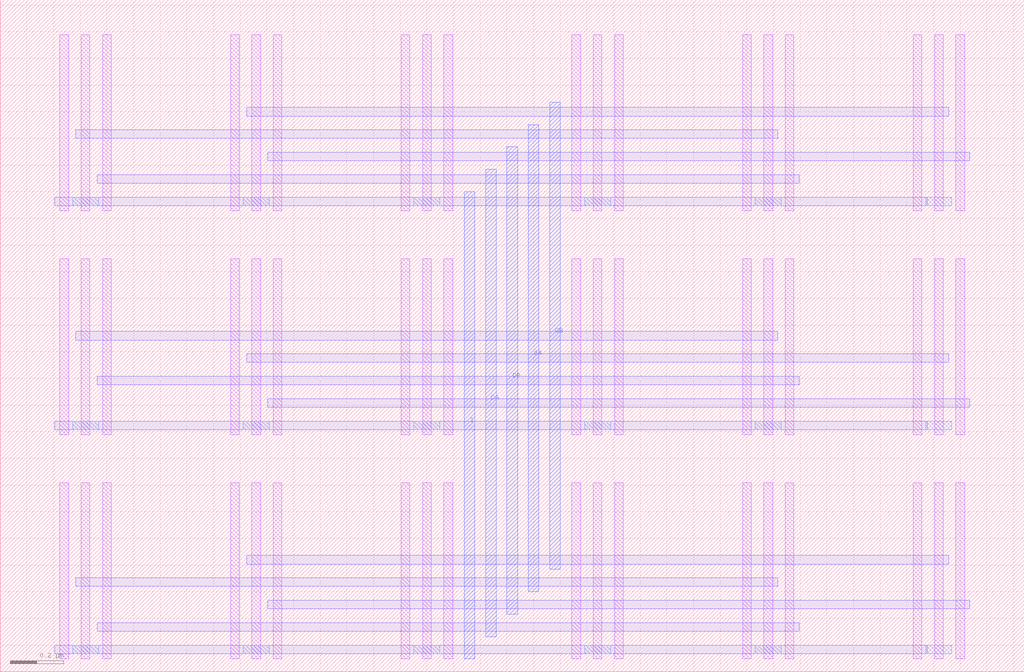
<source format=lef>
MACRO CMC_NMOS_n12_X3_Y1
  ORIGIN 0 0 ;
  FOREIGN CMC_NMOS_n12_X3_Y1 0 0 ;
  SIZE 3.8400 BY 0.8400 ;
  PIN SA
    DIRECTION INOUT ;
    USE SIGNAL ;
    PORT
    END
  END SA
  PIN DA
    DIRECTION INOUT ;
    USE SIGNAL ;
    PORT
    END
  END DA
  PIN SB
    DIRECTION INOUT ;
    USE SIGNAL ;
    PORT
    END
  END SB
  PIN DB
    DIRECTION INOUT ;
    USE SIGNAL ;
    PORT
    END
  END DB
  PIN G
    DIRECTION INOUT ;
    USE SIGNAL ;
    PORT
    END
  END G
  OBS
    LAYER M1 ;
      RECT 0.3040 0.0480 0.3360 0.7080 ;
    LAYER M1 ;
      RECT 0.2240 0.0480 0.2560 0.7080 ;
    LAYER M1 ;
      RECT 0.3840 0.0480 0.4160 0.7080 ;
    LAYER M1 ;
      RECT 0.9440 0.0480 0.9760 0.7080 ;
    LAYER M1 ;
      RECT 0.8640 0.0480 0.8960 0.7080 ;
    LAYER M1 ;
      RECT 1.0240 0.0480 1.0560 0.7080 ;
    LAYER M1 ;
      RECT 1.5840 0.0480 1.6160 0.7080 ;
    LAYER M1 ;
      RECT 1.5040 0.0480 1.5360 0.7080 ;
    LAYER M1 ;
      RECT 1.6640 0.0480 1.6960 0.7080 ;
    LAYER M1 ;
      RECT 2.2240 0.0480 2.2560 0.7080 ;
    LAYER M1 ;
      RECT 2.1440 0.0480 2.1760 0.7080 ;
    LAYER M1 ;
      RECT 2.3040 0.0480 2.3360 0.7080 ;
    LAYER M1 ;
      RECT 2.8640 0.0480 2.8960 0.7080 ;
    LAYER M1 ;
      RECT 2.7840 0.0480 2.8160 0.7080 ;
    LAYER M1 ;
      RECT 2.9440 0.0480 2.9760 0.7080 ;
    LAYER M1 ;
      RECT 3.5040 0.0480 3.5360 0.7080 ;
    LAYER M1 ;
      RECT 3.4240 0.0480 3.4560 0.7080 ;
    LAYER M1 ;
      RECT 3.5840 0.0480 3.6160 0.7080 ;
    LAYER M2 ;
      RECT 0.2040 0.0680 2.8360 0.1000 ;
    LAYER M2 ;
      RECT 0.3640 0.1520 2.9960 0.1840 ;
    LAYER M2 ;
      RECT 0.8440 0.2360 3.4760 0.2680 ;
    LAYER M2 ;
      RECT 1.0040 0.3200 3.6360 0.3520 ;
    LAYER M2 ;
      RECT 0.2840 0.4040 3.5560 0.4360 ;
    LAYER pc ;
      RECT 0.2710 0.0680 0.3690 0.1000 ;
    LAYER pc ;
      RECT 0.9110 0.0680 1.0090 0.1000 ;
    LAYER pc ;
      RECT 1.5510 0.0680 1.6490 0.1000 ;
    LAYER pc ;
      RECT 2.1910 0.0680 2.2890 0.1000 ;
    LAYER pc ;
      RECT 2.8310 0.0680 2.9290 0.1000 ;
    LAYER pc ;
      RECT 3.4710 0.0680 3.5690 0.1000 ;
  END
END CMC_NMOS_n12_X3_Y1
MACRO CMC_PMOS_S_n12_X1_Y1
  ORIGIN 0 0 ;
  FOREIGN CMC_PMOS_S_n12_X1_Y1 0 0 ;
  SIZE 1.2800 BY 0.8400 ;
  PIN S
    DIRECTION INOUT ;
    USE SIGNAL ;
    PORT
    END
  END S
  PIN DA
    DIRECTION INOUT ;
    USE SIGNAL ;
    PORT
    END
  END DA
  PIN DB
    DIRECTION INOUT ;
    USE SIGNAL ;
    PORT
      LAYER M2 ;
        RECT 0.8440 0.2360 1.0760 0.2680 ;
    END
  END DB
  PIN G
    DIRECTION INOUT ;
    USE SIGNAL ;
    PORT
    END
  END G
  OBS
    LAYER M1 ;
      RECT 0.3040 0.0480 0.3360 0.7080 ;
    LAYER M1 ;
      RECT 0.2240 0.0480 0.2560 0.7080 ;
    LAYER M1 ;
      RECT 0.3840 0.0480 0.4160 0.7080 ;
    LAYER M1 ;
      RECT 0.9440 0.0480 0.9760 0.7080 ;
    LAYER M1 ;
      RECT 0.8640 0.0480 0.8960 0.7080 ;
    LAYER M1 ;
      RECT 1.0240 0.0480 1.0560 0.7080 ;
    LAYER M2 ;
      RECT 0.2040 0.0680 0.9160 0.1000 ;
    LAYER M2 ;
      RECT 0.3640 0.1520 0.5960 0.1840 ;
    LAYER M2 ;
      RECT 0.2840 0.3200 0.9960 0.3520 ;
    LAYER pc ;
      RECT 0.2710 0.0680 0.3690 0.1000 ;
    LAYER pc ;
      RECT 0.9110 0.0680 1.0090 0.1000 ;
  END
END CMC_PMOS_S_n12_X1_Y1
MACRO CMC_PMOS_n12_X2_Y1
  ORIGIN 0 0 ;
  FOREIGN CMC_PMOS_n12_X2_Y1 0 0 ;
  SIZE 2.5600 BY 0.8400 ;
  PIN SA
    DIRECTION INOUT ;
    USE SIGNAL ;
    PORT
    END
  END SA
  PIN DA
    DIRECTION INOUT ;
    USE SIGNAL ;
    PORT
    END
  END DA
  PIN SB
    DIRECTION INOUT ;
    USE SIGNAL ;
    PORT
    END
  END SB
  PIN DB
    DIRECTION INOUT ;
    USE SIGNAL ;
    PORT
    END
  END DB
  PIN G
    DIRECTION INOUT ;
    USE SIGNAL ;
    PORT
    END
  END G
  OBS
    LAYER M1 ;
      RECT 0.3040 0.0480 0.3360 0.7080 ;
    LAYER M1 ;
      RECT 0.2240 0.0480 0.2560 0.7080 ;
    LAYER M1 ;
      RECT 0.3840 0.0480 0.4160 0.7080 ;
    LAYER M1 ;
      RECT 0.9440 0.0480 0.9760 0.7080 ;
    LAYER M1 ;
      RECT 0.8640 0.0480 0.8960 0.7080 ;
    LAYER M1 ;
      RECT 1.0240 0.0480 1.0560 0.7080 ;
    LAYER M1 ;
      RECT 1.5840 0.0480 1.6160 0.7080 ;
    LAYER M1 ;
      RECT 1.6640 0.0480 1.6960 0.7080 ;
    LAYER M1 ;
      RECT 1.5040 0.0480 1.5360 0.7080 ;
    LAYER M1 ;
      RECT 2.2240 0.0480 2.2560 0.7080 ;
    LAYER M1 ;
      RECT 2.3040 0.0480 2.3360 0.7080 ;
    LAYER M1 ;
      RECT 2.1440 0.0480 2.1760 0.7080 ;
    LAYER M2 ;
      RECT 0.2040 0.0680 2.3560 0.1000 ;
    LAYER M2 ;
      RECT 0.3640 0.1520 2.1960 0.1840 ;
    LAYER M2 ;
      RECT 0.8440 0.2360 1.7160 0.2680 ;
    LAYER M2 ;
      RECT 1.0040 0.3200 1.5560 0.3520 ;
    LAYER M2 ;
      RECT 0.2840 0.4040 2.2760 0.4360 ;
    LAYER pc ;
      RECT 0.2710 0.0680 0.3690 0.1000 ;
    LAYER pc ;
      RECT 0.9110 0.0680 1.0090 0.1000 ;
    LAYER pc ;
      RECT 1.5510 0.0680 1.6490 0.1000 ;
    LAYER pc ;
      RECT 2.1910 0.0680 2.2890 0.1000 ;
  END
END CMC_PMOS_n12_X2_Y1
MACRO CMFB_NMOS_n12_X3_Y1
  ORIGIN 0 0 ;
  FOREIGN CMFB_NMOS_n12_X3_Y1 0 0 ;
  SIZE 5.1200 BY 0.8400 ;
  PIN S
    DIRECTION INOUT ;
    USE SIGNAL ;
    PORT
    END
  END S
  PIN DA
    DIRECTION INOUT ;
    USE SIGNAL ;
    PORT
    END
  END DA
  PIN DB
    DIRECTION INOUT ;
    USE SIGNAL ;
    PORT
    END
  END DB
  PIN GB
    DIRECTION INOUT ;
    USE SIGNAL ;
    PORT
    END
  END GB
  OBS
    LAYER M1 ;
      RECT 0.3040 0.0480 0.3360 0.7080 ;
    LAYER M1 ;
      RECT 0.2240 0.0480 0.2560 0.7080 ;
    LAYER M1 ;
      RECT 0.3840 0.0480 0.4160 0.7080 ;
    LAYER M1 ;
      RECT 0.9440 0.0480 0.9760 0.7080 ;
    LAYER M1 ;
      RECT 0.8640 0.0480 0.8960 0.7080 ;
    LAYER M1 ;
      RECT 1.0240 0.0480 1.0560 0.7080 ;
    LAYER M1 ;
      RECT 1.5840 0.0480 1.6160 0.7080 ;
    LAYER M1 ;
      RECT 1.5040 0.0480 1.5360 0.7080 ;
    LAYER M1 ;
      RECT 1.6640 0.0480 1.6960 0.7080 ;
    LAYER M1 ;
      RECT 2.2240 0.0480 2.2560 0.7080 ;
    LAYER M1 ;
      RECT 2.1440 0.0480 2.1760 0.7080 ;
    LAYER M1 ;
      RECT 2.3040 0.0480 2.3360 0.7080 ;
    LAYER M1 ;
      RECT 2.8640 0.0480 2.8960 0.7080 ;
    LAYER M1 ;
      RECT 2.7840 0.0480 2.8160 0.7080 ;
    LAYER M1 ;
      RECT 2.9440 0.0480 2.9760 0.7080 ;
    LAYER M1 ;
      RECT 3.5040 0.0480 3.5360 0.7080 ;
    LAYER M1 ;
      RECT 3.4240 0.0480 3.4560 0.7080 ;
    LAYER M1 ;
      RECT 3.5840 0.0480 3.6160 0.7080 ;
    LAYER M1 ;
      RECT 4.1440 0.0480 4.1760 0.7080 ;
    LAYER M1 ;
      RECT 4.0640 0.0480 4.0960 0.7080 ;
    LAYER M1 ;
      RECT 4.2240 0.0480 4.2560 0.7080 ;
    LAYER M1 ;
      RECT 4.7840 0.0480 4.8160 0.7080 ;
    LAYER M1 ;
      RECT 4.7040 0.0480 4.7360 0.7080 ;
    LAYER M1 ;
      RECT 4.8640 0.0480 4.8960 0.7080 ;
    LAYER M2 ;
      RECT 0.2040 0.0680 4.7560 0.1000 ;
    LAYER M2 ;
      RECT 2.2040 0.1520 2.9960 0.1840 ;
    LAYER M2 ;
      RECT 0.3640 0.2360 4.9160 0.2680 ;
    LAYER M2 ;
      RECT 0.2840 0.3200 4.8360 0.3520 ;
    LAYER pc ;
      RECT 0.2710 0.0680 0.3690 0.1000 ;
    LAYER pc ;
      RECT 0.9110 0.0680 1.0090 0.1000 ;
    LAYER pc ;
      RECT 1.5510 0.0680 1.6490 0.1000 ;
    LAYER pc ;
      RECT 2.1910 0.0680 2.2890 0.1000 ;
    LAYER pc ;
      RECT 2.8310 0.0680 2.9290 0.1000 ;
    LAYER pc ;
      RECT 3.4710 0.0680 3.5690 0.1000 ;
    LAYER pc ;
      RECT 4.1110 0.0680 4.2090 0.1000 ;
    LAYER pc ;
      RECT 4.7510 0.0680 4.8490 0.1000 ;
  END
END CMFB_NMOS_n12_X3_Y1
MACRO DCL_NMOS_n12_X2_Y1
  ORIGIN 0 0 ;
  FOREIGN DCL_NMOS_n12_X2_Y1 0 0 ;
  SIZE 1.2800 BY 0.8400 ;
  PIN S
    DIRECTION INOUT ;
    USE SIGNAL ;
    PORT
    END
  END S
  PIN D
    DIRECTION INOUT ;
    USE SIGNAL ;
    PORT
    END
  END D
  OBS
    LAYER M1 ;
      RECT 0.3040 0.0480 0.3360 0.7080 ;
    LAYER M1 ;
      RECT 0.2240 0.0480 0.2560 0.7080 ;
    LAYER M1 ;
      RECT 0.3840 0.0480 0.4160 0.7080 ;
    LAYER M1 ;
      RECT 0.9440 0.0480 0.9760 0.7080 ;
    LAYER M1 ;
      RECT 0.8640 0.0480 0.8960 0.7080 ;
    LAYER M1 ;
      RECT 1.0240 0.0480 1.0560 0.7080 ;
    LAYER M2 ;
      RECT 0.2040 0.0680 0.9160 0.1000 ;
    LAYER M2 ;
      RECT 0.2840 0.1520 1.0760 0.1840 ;
    LAYER pc ;
      RECT 0.2710 0.0680 0.3690 0.1000 ;
    LAYER pc ;
      RECT 0.9110 0.0680 1.0090 0.1000 ;
  END
END DCL_NMOS_n12_X2_Y1
MACRO DP_NMOS_n12_X3_Y3
  ORIGIN 0 0 ;
  FOREIGN DP_NMOS_n12_X3_Y3 0 0 ;
  SIZE 3.8400 BY 2.5200 ;
  PIN S
    DIRECTION INOUT ;
    USE SIGNAL ;
    PORT
      LAYER M3 ;
        RECT 1.7400 0.0480 1.7800 1.8000 ;
    END
  END S
  PIN DA
    DIRECTION INOUT ;
    USE SIGNAL ;
    PORT
      LAYER M3 ;
        RECT 1.8200 0.1320 1.8600 1.8840 ;
    END
  END DA
  PIN DB
    DIRECTION INOUT ;
    USE SIGNAL ;
    PORT
      LAYER M3 ;
        RECT 1.9000 0.2160 1.9400 1.9680 ;
    END
  END DB
  PIN GA
    DIRECTION INOUT ;
    USE SIGNAL ;
    PORT
      LAYER M3 ;
        RECT 1.9800 0.3000 2.0200 2.0520 ;
    END
  END GA
  PIN GB
    DIRECTION INOUT ;
    USE SIGNAL ;
    PORT
      LAYER M3 ;
        RECT 2.0600 0.3840 2.1000 2.1360 ;
    END
  END GB
  OBS
    LAYER M1 ;
      RECT 0.3040 0.0480 0.3360 0.7080 ;
    LAYER M1 ;
      RECT 0.3040 0.8880 0.3360 1.5480 ;
    LAYER M1 ;
      RECT 0.3040 1.7280 0.3360 2.3880 ;
    LAYER M1 ;
      RECT 0.2240 0.0480 0.2560 0.7080 ;
    LAYER M1 ;
      RECT 0.2240 0.8880 0.2560 1.5480 ;
    LAYER M1 ;
      RECT 0.2240 1.7280 0.2560 2.3880 ;
    LAYER M1 ;
      RECT 0.3840 0.0480 0.4160 0.7080 ;
    LAYER M1 ;
      RECT 0.3840 0.8880 0.4160 1.5480 ;
    LAYER M1 ;
      RECT 0.3840 1.7280 0.4160 2.3880 ;
    LAYER M1 ;
      RECT 0.9440 0.0480 0.9760 0.7080 ;
    LAYER M1 ;
      RECT 0.9440 0.8880 0.9760 1.5480 ;
    LAYER M1 ;
      RECT 0.9440 1.7280 0.9760 2.3880 ;
    LAYER M1 ;
      RECT 0.8640 0.0480 0.8960 0.7080 ;
    LAYER M1 ;
      RECT 0.8640 0.8880 0.8960 1.5480 ;
    LAYER M1 ;
      RECT 0.8640 1.7280 0.8960 2.3880 ;
    LAYER M1 ;
      RECT 1.0240 0.0480 1.0560 0.7080 ;
    LAYER M1 ;
      RECT 1.0240 0.8880 1.0560 1.5480 ;
    LAYER M1 ;
      RECT 1.0240 1.7280 1.0560 2.3880 ;
    LAYER M1 ;
      RECT 1.5840 0.0480 1.6160 0.7080 ;
    LAYER M1 ;
      RECT 1.5840 0.8880 1.6160 1.5480 ;
    LAYER M1 ;
      RECT 1.5840 1.7280 1.6160 2.3880 ;
    LAYER M1 ;
      RECT 1.5040 0.0480 1.5360 0.7080 ;
    LAYER M1 ;
      RECT 1.5040 0.8880 1.5360 1.5480 ;
    LAYER M1 ;
      RECT 1.5040 1.7280 1.5360 2.3880 ;
    LAYER M1 ;
      RECT 1.6640 0.0480 1.6960 0.7080 ;
    LAYER M1 ;
      RECT 1.6640 0.8880 1.6960 1.5480 ;
    LAYER M1 ;
      RECT 1.6640 1.7280 1.6960 2.3880 ;
    LAYER M1 ;
      RECT 2.2240 0.0480 2.2560 0.7080 ;
    LAYER M1 ;
      RECT 2.2240 0.8880 2.2560 1.5480 ;
    LAYER M1 ;
      RECT 2.2240 1.7280 2.2560 2.3880 ;
    LAYER M1 ;
      RECT 2.1440 0.0480 2.1760 0.7080 ;
    LAYER M1 ;
      RECT 2.1440 0.8880 2.1760 1.5480 ;
    LAYER M1 ;
      RECT 2.1440 1.7280 2.1760 2.3880 ;
    LAYER M1 ;
      RECT 2.3040 0.0480 2.3360 0.7080 ;
    LAYER M1 ;
      RECT 2.3040 0.8880 2.3360 1.5480 ;
    LAYER M1 ;
      RECT 2.3040 1.7280 2.3360 2.3880 ;
    LAYER M1 ;
      RECT 2.8640 0.0480 2.8960 0.7080 ;
    LAYER M1 ;
      RECT 2.8640 0.8880 2.8960 1.5480 ;
    LAYER M1 ;
      RECT 2.8640 1.7280 2.8960 2.3880 ;
    LAYER M1 ;
      RECT 2.7840 0.0480 2.8160 0.7080 ;
    LAYER M1 ;
      RECT 2.7840 0.8880 2.8160 1.5480 ;
    LAYER M1 ;
      RECT 2.7840 1.7280 2.8160 2.3880 ;
    LAYER M1 ;
      RECT 2.9440 0.0480 2.9760 0.7080 ;
    LAYER M1 ;
      RECT 2.9440 0.8880 2.9760 1.5480 ;
    LAYER M1 ;
      RECT 2.9440 1.7280 2.9760 2.3880 ;
    LAYER M1 ;
      RECT 3.5040 0.0480 3.5360 0.7080 ;
    LAYER M1 ;
      RECT 3.5040 0.8880 3.5360 1.5480 ;
    LAYER M1 ;
      RECT 3.5040 1.7280 3.5360 2.3880 ;
    LAYER M1 ;
      RECT 3.4240 0.0480 3.4560 0.7080 ;
    LAYER M1 ;
      RECT 3.4240 0.8880 3.4560 1.5480 ;
    LAYER M1 ;
      RECT 3.4240 1.7280 3.4560 2.3880 ;
    LAYER M1 ;
      RECT 3.5840 0.0480 3.6160 0.7080 ;
    LAYER M1 ;
      RECT 3.5840 0.8880 3.6160 1.5480 ;
    LAYER M1 ;
      RECT 3.5840 1.7280 3.6160 2.3880 ;
    LAYER M2 ;
      RECT 0.2040 0.0680 3.4760 0.1000 ;
    LAYER M2 ;
      RECT 0.3640 0.1520 2.9960 0.1840 ;
    LAYER M2 ;
      RECT 1.0040 0.2360 3.6360 0.2680 ;
    LAYER M2 ;
      RECT 0.2840 0.3200 2.9160 0.3520 ;
    LAYER M2 ;
      RECT 0.9240 0.4040 3.5560 0.4360 ;
    LAYER M2 ;
      RECT 0.2040 0.9080 3.4760 0.9400 ;
    LAYER M2 ;
      RECT 1.0040 0.9920 3.6360 1.0240 ;
    LAYER M2 ;
      RECT 0.3640 1.0760 2.9960 1.1080 ;
    LAYER M2 ;
      RECT 0.9240 1.1600 3.5560 1.1920 ;
    LAYER M2 ;
      RECT 0.2840 1.2440 2.9160 1.2760 ;
    LAYER M2 ;
      RECT 0.2040 1.7480 3.4760 1.7800 ;
    LAYER M2 ;
      RECT 0.3640 1.8320 2.9960 1.8640 ;
    LAYER M2 ;
      RECT 1.0040 1.9160 3.6360 1.9480 ;
    LAYER M2 ;
      RECT 0.2840 2.0000 2.9160 2.0320 ;
    LAYER M2 ;
      RECT 0.9240 2.0840 3.5560 2.1160 ;
    LAYER pc ;
      RECT 0.2710 0.0680 0.3690 0.1000 ;
    LAYER pc ;
      RECT 0.9110 0.0680 1.0090 0.1000 ;
    LAYER pc ;
      RECT 1.5510 0.0680 1.6490 0.1000 ;
    LAYER pc ;
      RECT 2.1910 0.0680 2.2890 0.1000 ;
    LAYER pc ;
      RECT 2.8310 0.0680 2.9290 0.1000 ;
    LAYER pc ;
      RECT 3.4710 0.0680 3.5690 0.1000 ;
    LAYER pc ;
      RECT 0.2710 0.9080 0.3690 0.9400 ;
    LAYER pc ;
      RECT 0.9110 0.9080 1.0090 0.9400 ;
    LAYER pc ;
      RECT 1.5510 0.9080 1.6490 0.9400 ;
    LAYER pc ;
      RECT 2.1910 0.9080 2.2890 0.9400 ;
    LAYER pc ;
      RECT 2.8310 0.9080 2.9290 0.9400 ;
    LAYER pc ;
      RECT 3.4710 0.9080 3.5690 0.9400 ;
    LAYER pc ;
      RECT 0.2710 1.7480 0.3690 1.7800 ;
    LAYER pc ;
      RECT 0.9110 1.7480 1.0090 1.7800 ;
    LAYER pc ;
      RECT 1.5510 1.7480 1.6490 1.7800 ;
    LAYER pc ;
      RECT 2.1910 1.7480 2.2890 1.7800 ;
    LAYER pc ;
      RECT 2.8310 1.7480 2.9290 1.7800 ;
    LAYER pc ;
      RECT 3.4710 1.7480 3.5690 1.7800 ;
  END
END DP_NMOS_n12_X3_Y3
MACRO Switch_NMOS_n12_X3_Y1
  ORIGIN 0 0 ;
  FOREIGN Switch_NMOS_n12_X3_Y1 0 0 ;
  SIZE 1.9200 BY 0.8400 ;
  PIN S
    DIRECTION INOUT ;
    USE SIGNAL ;
    PORT
    END
  END S
  PIN D
    DIRECTION INOUT ;
    USE SIGNAL ;
    PORT
    END
  END D
  PIN G
    DIRECTION INOUT ;
    USE SIGNAL ;
    PORT
    END
  END G
  OBS
    LAYER M1 ;
      RECT 0.3040 0.0480 0.3360 0.7080 ;
    LAYER M1 ;
      RECT 0.2240 0.0480 0.2560 0.7080 ;
    LAYER M1 ;
      RECT 0.3840 0.0480 0.4160 0.7080 ;
    LAYER M1 ;
      RECT 0.9440 0.0480 0.9760 0.7080 ;
    LAYER M1 ;
      RECT 0.8640 0.0480 0.8960 0.7080 ;
    LAYER M1 ;
      RECT 1.0240 0.0480 1.0560 0.7080 ;
    LAYER M1 ;
      RECT 1.5840 0.0480 1.6160 0.7080 ;
    LAYER M1 ;
      RECT 1.5040 0.0480 1.5360 0.7080 ;
    LAYER M1 ;
      RECT 1.6640 0.0480 1.6960 0.7080 ;
    LAYER M2 ;
      RECT 0.2040 0.0680 1.5560 0.1000 ;
    LAYER M2 ;
      RECT 0.3640 0.1520 1.7160 0.1840 ;
    LAYER M2 ;
      RECT 0.2840 0.2360 1.6360 0.2680 ;
    LAYER pc ;
      RECT 0.2710 0.0680 0.3690 0.1000 ;
    LAYER pc ;
      RECT 0.9110 0.0680 1.0090 0.1000 ;
    LAYER pc ;
      RECT 1.5510 0.0680 1.6490 0.1000 ;
  END
END Switch_NMOS_n12_X3_Y1
MACRO Switch_NMOS_n12_X3_Y3
  ORIGIN 0 0 ;
  FOREIGN Switch_NMOS_n12_X3_Y3 0 0 ;
  SIZE 1.9200 BY 2.5200 ;
  PIN S
    DIRECTION INOUT ;
    USE SIGNAL ;
    PORT
      LAYER M3 ;
        RECT 0.8600 0.0480 0.9000 1.8000 ;
    END
  END S
  PIN D
    DIRECTION INOUT ;
    USE SIGNAL ;
    PORT
      LAYER M3 ;
        RECT 0.9400 0.1320 0.9800 1.8840 ;
    END
  END D
  PIN G
    DIRECTION INOUT ;
    USE SIGNAL ;
    PORT
      LAYER M3 ;
        RECT 1.0200 0.2160 1.0600 1.9680 ;
    END
  END G
  OBS
    LAYER M1 ;
      RECT 0.3040 0.0480 0.3360 0.7080 ;
    LAYER M1 ;
      RECT 0.3040 0.8880 0.3360 1.5480 ;
    LAYER M1 ;
      RECT 0.3040 1.7280 0.3360 2.3880 ;
    LAYER M1 ;
      RECT 0.2240 0.0480 0.2560 0.7080 ;
    LAYER M1 ;
      RECT 0.2240 0.8880 0.2560 1.5480 ;
    LAYER M1 ;
      RECT 0.2240 1.7280 0.2560 2.3880 ;
    LAYER M1 ;
      RECT 0.3840 0.0480 0.4160 0.7080 ;
    LAYER M1 ;
      RECT 0.3840 0.8880 0.4160 1.5480 ;
    LAYER M1 ;
      RECT 0.3840 1.7280 0.4160 2.3880 ;
    LAYER M1 ;
      RECT 0.9440 0.0480 0.9760 0.7080 ;
    LAYER M1 ;
      RECT 0.9440 0.8880 0.9760 1.5480 ;
    LAYER M1 ;
      RECT 0.9440 1.7280 0.9760 2.3880 ;
    LAYER M1 ;
      RECT 0.8640 0.0480 0.8960 0.7080 ;
    LAYER M1 ;
      RECT 0.8640 0.8880 0.8960 1.5480 ;
    LAYER M1 ;
      RECT 0.8640 1.7280 0.8960 2.3880 ;
    LAYER M1 ;
      RECT 1.0240 0.0480 1.0560 0.7080 ;
    LAYER M1 ;
      RECT 1.0240 0.8880 1.0560 1.5480 ;
    LAYER M1 ;
      RECT 1.0240 1.7280 1.0560 2.3880 ;
    LAYER M1 ;
      RECT 1.5840 0.0480 1.6160 0.7080 ;
    LAYER M1 ;
      RECT 1.5840 0.8880 1.6160 1.5480 ;
    LAYER M1 ;
      RECT 1.5840 1.7280 1.6160 2.3880 ;
    LAYER M1 ;
      RECT 1.5040 0.0480 1.5360 0.7080 ;
    LAYER M1 ;
      RECT 1.5040 0.8880 1.5360 1.5480 ;
    LAYER M1 ;
      RECT 1.5040 1.7280 1.5360 2.3880 ;
    LAYER M1 ;
      RECT 1.6640 0.0480 1.6960 0.7080 ;
    LAYER M1 ;
      RECT 1.6640 0.8880 1.6960 1.5480 ;
    LAYER M1 ;
      RECT 1.6640 1.7280 1.6960 2.3880 ;
    LAYER M2 ;
      RECT 0.2040 0.0680 1.5560 0.1000 ;
    LAYER M2 ;
      RECT 0.3640 0.1520 1.7160 0.1840 ;
    LAYER M2 ;
      RECT 0.2840 0.2360 1.6360 0.2680 ;
    LAYER M2 ;
      RECT 0.2040 0.9080 1.5560 0.9400 ;
    LAYER M2 ;
      RECT 0.3640 0.9920 1.7160 1.0240 ;
    LAYER M2 ;
      RECT 0.2840 1.0760 1.6360 1.1080 ;
    LAYER M2 ;
      RECT 0.2040 1.7480 1.5560 1.7800 ;
    LAYER M2 ;
      RECT 0.3640 1.8320 1.7160 1.8640 ;
    LAYER M2 ;
      RECT 0.2840 1.9160 1.6360 1.9480 ;
    LAYER pc ;
      RECT 0.2710 0.0680 0.3690 0.1000 ;
    LAYER pc ;
      RECT 0.9110 0.0680 1.0090 0.1000 ;
    LAYER pc ;
      RECT 1.5510 0.0680 1.6490 0.1000 ;
    LAYER pc ;
      RECT 0.2710 0.9080 0.3690 0.9400 ;
    LAYER pc ;
      RECT 0.9110 0.9080 1.0090 0.9400 ;
    LAYER pc ;
      RECT 1.5510 0.9080 1.6490 0.9400 ;
    LAYER pc ;
      RECT 0.2710 1.7480 0.3690 1.7800 ;
    LAYER pc ;
      RECT 0.9110 1.7480 1.0090 1.7800 ;
    LAYER pc ;
      RECT 1.5510 1.7480 1.6490 1.7800 ;
  END
END Switch_NMOS_n12_X3_Y3
MACRO Switch_PMOS_n12_X1_Y1
  ORIGIN 0 0 ;
  FOREIGN Switch_PMOS_n12_X1_Y1 0 0 ;
  SIZE 0.6400 BY 0.8400 ;
  PIN S
    DIRECTION INOUT ;
    USE SIGNAL ;
    PORT
    END
  END S
  PIN D
    DIRECTION INOUT ;
    USE SIGNAL ;
    PORT
      LAYER M2 ;
        RECT 0.2040 0.1520 0.4360 0.1840 ;
    END
  END D
  PIN G
    DIRECTION INOUT ;
    USE SIGNAL ;
    PORT
    END
  END G
  OBS
    LAYER M1 ;
      RECT 0.3040 0.0480 0.3360 0.7080 ;
    LAYER M1 ;
      RECT 0.2240 0.0480 0.2560 0.7080 ;
    LAYER M1 ;
      RECT 0.3840 0.0480 0.4160 0.7080 ;
    LAYER M2 ;
      RECT 0.2040 0.0680 0.4360 0.1000 ;
    LAYER M2 ;
      RECT 0.2840 0.2360 0.5160 0.2680 ;
    LAYER pc ;
      RECT 0.2710 0.0680 0.3690 0.1000 ;
  END
END Switch_PMOS_n12_X1_Y1
MACRO Switch_PMOS_n12_X2_Y1
  ORIGIN 0 0 ;
  FOREIGN Switch_PMOS_n12_X2_Y1 0 0 ;
  SIZE 1.2800 BY 0.8400 ;
  PIN S
    DIRECTION INOUT ;
    USE SIGNAL ;
    PORT
    END
  END S
  PIN D
    DIRECTION INOUT ;
    USE SIGNAL ;
    PORT
    END
  END D
  PIN G
    DIRECTION INOUT ;
    USE SIGNAL ;
    PORT
    END
  END G
  OBS
    LAYER M1 ;
      RECT 0.3040 0.0480 0.3360 0.7080 ;
    LAYER M1 ;
      RECT 0.2240 0.0480 0.2560 0.7080 ;
    LAYER M1 ;
      RECT 0.3840 0.0480 0.4160 0.7080 ;
    LAYER M1 ;
      RECT 0.9440 0.0480 0.9760 0.7080 ;
    LAYER M1 ;
      RECT 0.8640 0.0480 0.8960 0.7080 ;
    LAYER M1 ;
      RECT 1.0240 0.0480 1.0560 0.7080 ;
    LAYER M2 ;
      RECT 0.2040 0.0680 0.9160 0.1000 ;
    LAYER M2 ;
      RECT 0.3640 0.1520 1.0760 0.1840 ;
    LAYER M2 ;
      RECT 0.2840 0.2360 0.9960 0.2680 ;
    LAYER pc ;
      RECT 0.2710 0.0680 0.3690 0.1000 ;
    LAYER pc ;
      RECT 0.9110 0.0680 1.0090 0.1000 ;
  END
END Switch_PMOS_n12_X2_Y1

</source>
